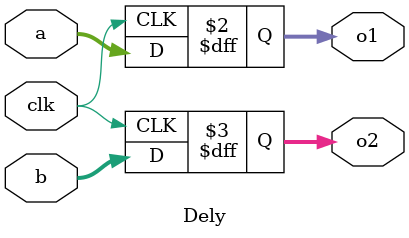
<source format=v>

module Dely(a,b,o1,o2,clk);
    input clk;
    input [7:0]a,b;
    output reg[7:0]o1,o2;

    always@(posedge clk)
        begin
            o1 = a;
            o2 = b;
        end
    endmodule
</source>
